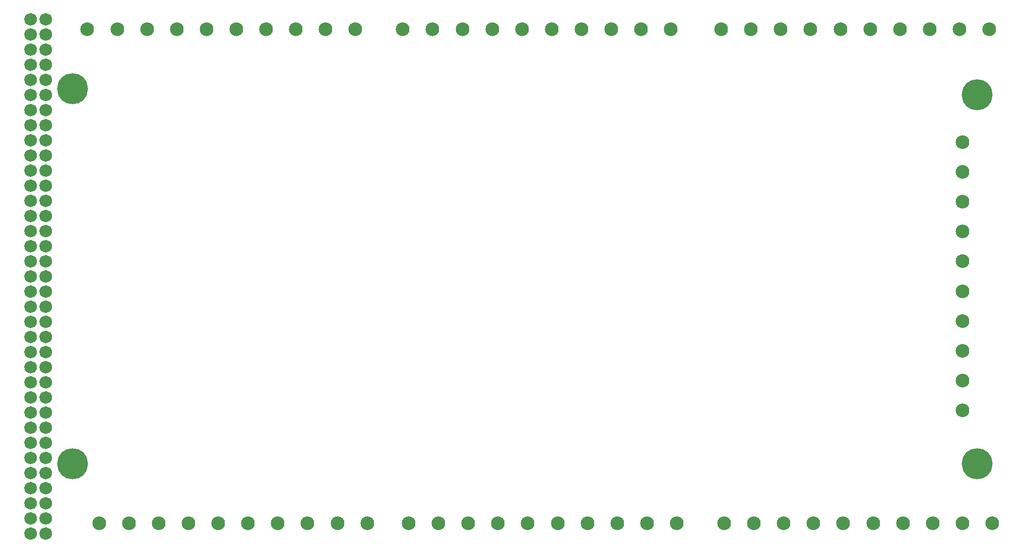
<source format=gts>
G04*
G04 #@! TF.GenerationSoftware,Altium Limited,Altium Designer,20.0.11 (256)*
G04*
G04 Layer_Color=8388736*
%FSLAX25Y25*%
%MOIN*%
G70*
G01*
G75*
%ADD10C,0.01500*%
%ADD15C,0.09068*%
%ADD16C,0.20485*%
%ADD17C,0.07178*%
D10*
X-14326Y-46142D02*
G03*
X-14326Y-46142I-3390J0D01*
G01*
X-24327D02*
G03*
X-24327Y-46142I-3390J0D01*
G01*
X-14326Y-36142D02*
G03*
X-14326Y-36142I-3390J0D01*
G01*
X-24327D02*
G03*
X-24327Y-36142I-3390J0D01*
G01*
X-14326Y-26142D02*
G03*
X-14326Y-26142I-3390J0D01*
G01*
X-24327D02*
G03*
X-24327Y-26142I-3390J0D01*
G01*
X-14326Y-16142D02*
G03*
X-14326Y-16142I-3390J0D01*
G01*
X-24327D02*
G03*
X-24327Y-16142I-3390J0D01*
G01*
X-14326Y-6142D02*
G03*
X-14326Y-6142I-3390J0D01*
G01*
X-24327D02*
G03*
X-24327Y-6142I-3390J0D01*
G01*
X-14326Y3858D02*
G03*
X-14326Y3858I-3390J0D01*
G01*
X-24327D02*
G03*
X-24327Y3858I-3390J0D01*
G01*
X-14326Y13858D02*
G03*
X-14326Y13858I-3390J0D01*
G01*
X-24327D02*
G03*
X-24327Y13858I-3390J0D01*
G01*
X-14326Y23858D02*
G03*
X-14326Y23858I-3390J0D01*
G01*
X-24327D02*
G03*
X-24327Y23858I-3390J0D01*
G01*
X-14326Y33858D02*
G03*
X-14326Y33858I-3390J0D01*
G01*
X-24327D02*
G03*
X-24327Y33858I-3390J0D01*
G01*
X-14326Y43858D02*
G03*
X-14326Y43858I-3390J0D01*
G01*
X-24327D02*
G03*
X-24327Y43858I-3390J0D01*
G01*
X-14326Y53858D02*
G03*
X-14326Y53858I-3390J0D01*
G01*
X-24327D02*
G03*
X-24327Y53858I-3390J0D01*
G01*
X-14326Y63858D02*
G03*
X-14326Y63858I-3390J0D01*
G01*
X-24327D02*
G03*
X-24327Y63858I-3390J0D01*
G01*
X-14326Y73858D02*
G03*
X-14326Y73858I-3390J0D01*
G01*
X-24327D02*
G03*
X-24327Y73858I-3390J0D01*
G01*
X-14326Y83858D02*
G03*
X-14326Y83858I-3390J0D01*
G01*
X-24327D02*
G03*
X-24327Y83858I-3390J0D01*
G01*
X-14326Y93858D02*
G03*
X-14326Y93858I-3390J0D01*
G01*
X-24327D02*
G03*
X-24327Y93858I-3390J0D01*
G01*
X-14326Y103858D02*
G03*
X-14326Y103858I-3390J0D01*
G01*
X-24327D02*
G03*
X-24327Y103858I-3390J0D01*
G01*
X-14326Y113858D02*
G03*
X-14326Y113858I-3390J0D01*
G01*
X-24327D02*
G03*
X-24327Y113858I-3390J0D01*
G01*
X-14326Y123858D02*
G03*
X-14326Y123858I-3390J0D01*
G01*
X-24327D02*
G03*
X-24327Y123858I-3390J0D01*
G01*
X-14326Y133858D02*
G03*
X-14326Y133858I-3390J0D01*
G01*
X-24327D02*
G03*
X-24327Y133858I-3390J0D01*
G01*
X-14326Y143858D02*
G03*
X-14326Y143858I-3390J0D01*
G01*
X-24327D02*
G03*
X-24327Y143858I-3390J0D01*
G01*
X-14326Y153858D02*
G03*
X-14326Y153858I-3390J0D01*
G01*
X-24327D02*
G03*
X-24327Y153858I-3390J0D01*
G01*
X-14326Y163858D02*
G03*
X-14326Y163858I-3390J0D01*
G01*
X-24327D02*
G03*
X-24327Y163858I-3390J0D01*
G01*
X-14326Y173858D02*
G03*
X-14326Y173858I-3390J0D01*
G01*
X-24327D02*
G03*
X-24327Y173858I-3390J0D01*
G01*
X-14326Y183858D02*
G03*
X-14326Y183858I-3390J0D01*
G01*
X-24327D02*
G03*
X-24327Y183858I-3390J0D01*
G01*
X-14326Y193858D02*
G03*
X-14326Y193858I-3390J0D01*
G01*
X-24327D02*
G03*
X-24327Y193858I-3390J0D01*
G01*
X-14326Y203858D02*
G03*
X-14326Y203858I-3390J0D01*
G01*
X-24327D02*
G03*
X-24327Y203858I-3390J0D01*
G01*
X-14326Y213858D02*
G03*
X-14326Y213858I-3390J0D01*
G01*
X-24327D02*
G03*
X-24327Y213858I-3390J0D01*
G01*
X-14326Y223858D02*
G03*
X-14326Y223858I-3390J0D01*
G01*
X-24327D02*
G03*
X-24327Y223858I-3390J0D01*
G01*
X-14326Y233858D02*
G03*
X-14326Y233858I-3390J0D01*
G01*
X-24327D02*
G03*
X-24327Y233858I-3390J0D01*
G01*
X-14326Y243858D02*
G03*
X-14326Y243858I-3390J0D01*
G01*
X-24327D02*
G03*
X-24327Y243858I-3390J0D01*
G01*
X-14326Y253858D02*
G03*
X-14326Y253858I-3390J0D01*
G01*
X-24327D02*
G03*
X-24327Y253858I-3390J0D01*
G01*
X-14326Y263858D02*
G03*
X-14326Y263858I-3390J0D01*
G01*
X-24327D02*
G03*
X-24327Y263858I-3390J0D01*
G01*
X-14326Y273858D02*
G03*
X-14326Y273858I-3390J0D01*
G01*
X-24327D02*
G03*
X-24327Y273858I-3390J0D01*
G01*
X-14326Y283858D02*
G03*
X-14326Y283858I-3390J0D01*
G01*
X-24327D02*
G03*
X-24327Y283858I-3390J0D01*
G01*
X-14326Y293858D02*
G03*
X-14326Y293858I-3390J0D01*
G01*
X-24327D02*
G03*
X-24327Y293858I-3390J0D01*
G01*
D15*
X187008Y287402D02*
D03*
X167323D02*
D03*
X147638D02*
D03*
X127953D02*
D03*
X108268D02*
D03*
X88583D02*
D03*
X68898D02*
D03*
X49213D02*
D03*
X29528D02*
D03*
X9843D02*
D03*
X218504D02*
D03*
X238189D02*
D03*
X257874D02*
D03*
X277559D02*
D03*
X297244D02*
D03*
X316929D02*
D03*
X336614D02*
D03*
X356299D02*
D03*
X375984D02*
D03*
X395669D02*
D03*
X606299D02*
D03*
X586614D02*
D03*
X566929D02*
D03*
X547244D02*
D03*
X527559D02*
D03*
X507874D02*
D03*
X488189D02*
D03*
X468504D02*
D03*
X448819D02*
D03*
X429134D02*
D03*
X588583Y35433D02*
D03*
Y55118D02*
D03*
Y74803D02*
D03*
Y94488D02*
D03*
Y114173D02*
D03*
Y133858D02*
D03*
Y153543D02*
D03*
Y173228D02*
D03*
Y192913D02*
D03*
Y212598D02*
D03*
X608268Y-39370D02*
D03*
X588583D02*
D03*
X568898D02*
D03*
X549213D02*
D03*
X529528D02*
D03*
X509842D02*
D03*
X490158D02*
D03*
X470472D02*
D03*
X450787D02*
D03*
X431102D02*
D03*
X222441Y-39370D02*
D03*
X242126D02*
D03*
X261811D02*
D03*
X281496D02*
D03*
X301181D02*
D03*
X320866D02*
D03*
X340551D02*
D03*
X360236D02*
D03*
X379921D02*
D03*
X399606D02*
D03*
X17717Y-39370D02*
D03*
X37402D02*
D03*
X57087D02*
D03*
X76772D02*
D03*
X96457D02*
D03*
X116142D02*
D03*
X135827D02*
D03*
X155512D02*
D03*
X175197D02*
D03*
X194882D02*
D03*
D16*
X598425Y244094D02*
D03*
Y0D02*
D03*
X0D02*
D03*
Y248031D02*
D03*
D17*
X-17717Y-46142D02*
D03*
X-27716D02*
D03*
X-17717Y-36142D02*
D03*
X-27716D02*
D03*
X-17717Y-26142D02*
D03*
X-27716D02*
D03*
X-17717Y-16142D02*
D03*
X-27716D02*
D03*
X-17717Y-6142D02*
D03*
X-27716D02*
D03*
X-17717Y3858D02*
D03*
X-27716D02*
D03*
X-17717Y13858D02*
D03*
X-27716D02*
D03*
X-17717Y23858D02*
D03*
X-27716D02*
D03*
X-17717Y33858D02*
D03*
X-27716D02*
D03*
X-17717Y43858D02*
D03*
X-27716D02*
D03*
X-17717Y53858D02*
D03*
X-27716D02*
D03*
X-17717Y63858D02*
D03*
X-27716D02*
D03*
X-17717Y73858D02*
D03*
X-27716D02*
D03*
X-17717Y83858D02*
D03*
X-27716D02*
D03*
X-17717Y93858D02*
D03*
X-27716D02*
D03*
X-17717Y103858D02*
D03*
X-27716D02*
D03*
X-17717Y113858D02*
D03*
X-27716D02*
D03*
X-17717Y123858D02*
D03*
X-27716D02*
D03*
X-17717Y133858D02*
D03*
X-27716D02*
D03*
X-17717Y143858D02*
D03*
X-27716D02*
D03*
X-17717Y153858D02*
D03*
X-27716D02*
D03*
X-17717Y163858D02*
D03*
X-27716D02*
D03*
X-17717Y173858D02*
D03*
X-27716D02*
D03*
X-17717Y183858D02*
D03*
X-27716D02*
D03*
X-17717Y193858D02*
D03*
X-27716D02*
D03*
X-17717Y203858D02*
D03*
X-27716D02*
D03*
X-17717Y213858D02*
D03*
X-27716D02*
D03*
X-17717Y223858D02*
D03*
X-27716D02*
D03*
X-17717Y233858D02*
D03*
X-27716D02*
D03*
X-17717Y243858D02*
D03*
X-27716D02*
D03*
X-17717Y253858D02*
D03*
X-27716D02*
D03*
X-17717Y263858D02*
D03*
X-27716D02*
D03*
X-17717Y273858D02*
D03*
X-27716D02*
D03*
X-17717Y283858D02*
D03*
X-27716D02*
D03*
X-17717Y293858D02*
D03*
X-27716D02*
D03*
M02*

</source>
